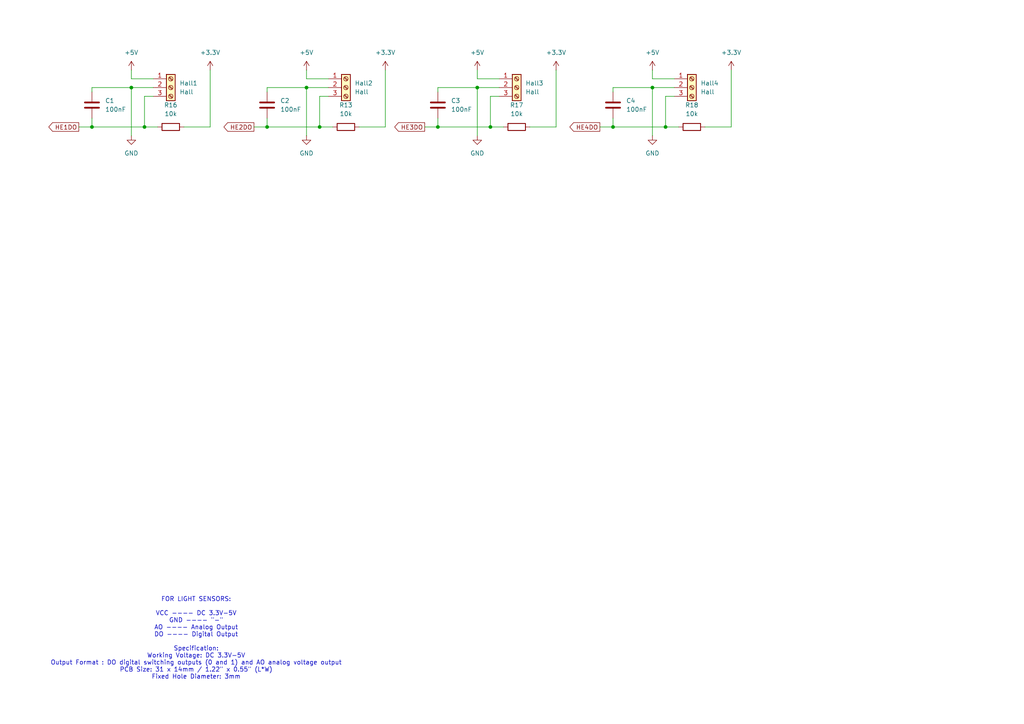
<source format=kicad_sch>
(kicad_sch (version 20231120) (generator "eeschema") (generator_version "8.0")
  (paper "A4")
  (lib_symbols
    (symbol "Connector:Screw_Terminal_01x03" (pin_names (offset 1.016) hide)
      (property "Reference" "J" (at 0 5.08 0))
      (property "Value" "Screw_Terminal_01x03" (at 0 -5.08 0))
      (symbol "Screw_Terminal_01x03_1_1"
        (rectangle (start -1.27 3.81) (end 1.27 -3.81) (stroke (width 0.254)) (fill (type background)))
        (circle (center 0 -2.54) (radius 0.635) (stroke (width 0.1524)))
        (polyline (pts (xy -0.5334 -2.2098) (xy 0.3302 -3.048)) (stroke (width 0.1524)))
        (polyline (pts (xy -0.5334 0.3302) (xy 0.3302 -0.508)) (stroke (width 0.1524)))
        (polyline (pts (xy -0.5334 2.8702) (xy 0.3302 2.032)) (stroke (width 0.1524)))
        (polyline (pts (xy -0.3556 -2.032) (xy 0.508 -2.8702)) (stroke (width 0.1524)))
        (polyline (pts (xy -0.3556 0.508) (xy 0.508 -0.3302)) (stroke (width 0.1524)))
        (polyline (pts (xy -0.3556 3.048) (xy 0.508 2.2098)) (stroke (width 0.1524)))
        (circle (center 0 0) (radius 0.635) (stroke (width 0.1524)))
        (circle (center 0 2.54) (radius 0.635) (stroke (width 0.1524)))
        (pin passive line (at -5.08 2.54 0) (length 3.81) (name "Pin_1") (number "1"))
        (pin passive line (at -5.08 0 0) (length 3.81) (name "Pin_2") (number "2"))
        (pin passive line (at -5.08 -2.54 0) (length 3.81) (name "Pin_3") (number "3"))
      )
    )
    (symbol "Device:C" (pin_numbers hide) (pin_names (offset 0.254))
      (property "Reference" "C" (at 0.635 2.54 0))
      (property "Value" "C" (at 0.635 -2.54 0))
      (symbol "C_0_1"
        (polyline (pts (xy -2.032 -0.762) (xy 2.032 -0.762)) (stroke (width 0.508)))
        (polyline (pts (xy -2.032 0.762) (xy 2.032 0.762)) (stroke (width 0.508)))
      )
      (symbol "C_1_1"
        (pin passive line (at 0 3.81 270) (length 2.794) (name "~") (number "1"))
        (pin passive line (at 0 -3.81 90) (length 2.794) (name "~") (number "2"))
      )
    )
    (symbol "Device:R" (pin_numbers hide) (pin_names (offset 0))
      (property "Reference" "R" (at 2.032 0 90))
      (property "Value" "R" (at 0 0 90))
      (symbol "R_0_1"
        (rectangle (start -1.016 -2.54) (end 1.016 2.54) (stroke (width 0.254)))
      )
      (symbol "R_1_1"
        (pin passive line (at 0 3.81 270) (length 1.27) (name "~") (number "1"))
        (pin passive line (at 0 -3.81 90) (length 1.27) (name "~") (number "2"))
      )
    )
    (symbol "power:+3.3V" (power) (pin_numbers hide) (pin_names (offset 0) hide)
      (property "Value" "+3.3V" (at 0 3.556 0))
      (symbol "+3.3V_0_1"
        (polyline (pts (xy -0.762 1.27) (xy 0 2.54)))
        (polyline (pts (xy 0 0) (xy 0 2.54)))
        (polyline (pts (xy 0 2.54) (xy 0.762 1.27)))
      )
      (symbol "+3.3V_1_1"
        (pin power_in line (at 0 0 90) (length 0) (name "~") (number "1"))
      )
    )
    (symbol "power:+5C" (power) (pin_numbers hide) (pin_names (offset 0) hide)
      (property "Value" "+5C" (at 0 3.556 0))
      (symbol "+5C_0_1"
        (polyline (pts (xy -0.762 1.27) (xy 0 2.54)))
        (polyline (pts (xy 0 0) (xy 0 2.54)))
        (polyline (pts (xy 0 2.54) (xy 0.762 1.27)))
      )
      (symbol "+5C_1_1"
        (pin power_in line (at 0 0 90) (length 0) (name "~") (number "1"))
      )
    )
    (symbol "power:GND" (power) (pin_numbers hide) (pin_names (offset 0) hide)
      (property "Value" "GND" (at 0 -3.81 0))
      (symbol "GND_0_1"
        (polyline (pts (xy 0 0) (xy 0 -1.27) (xy 1.27 -1.27) (xy 0 -2.54) (xy -1.27 -1.27) (xy 0 -1.27)))
      )
      (symbol "GND_1_1"
        (pin power_in line (at 0 0 270) (length 0) (name "~") (number "1"))
      )
    )
  )
  (junction (at 77.47 36.83))
  (junction (at 26.67 36.83))
  (junction (at 193.04 36.83))
  (junction (at 38.1 25.4))
  (junction (at 127 36.83))
  (junction (at 92.71 36.83))
  (junction (at 41.91 36.83))
  (junction (at 142.24 36.83))
  (junction (at 189.23 25.4))
  (junction (at 177.8 36.83))
  (junction (at 138.43 25.4))
  (junction (at 88.9 25.4))
  (wire (pts (xy 104.14 36.83) (xy 111.76 36.83)))
  (wire (pts (xy 161.29 36.83) (xy 161.29 20.32)))
  (wire (pts (xy 45.72 36.83) (xy 41.91 36.83)))
  (wire (pts (xy 142.24 27.94) (xy 142.24 36.83)))
  (wire (pts (xy 142.24 36.83) (xy 127 36.83)))
  (wire (pts (xy 111.76 36.83) (xy 111.76 20.32)))
  (wire (pts (xy 96.52 36.83) (xy 92.71 36.83)))
  (wire (pts (xy 193.04 36.83) (xy 177.8 36.83)))
  (wire (pts (xy 195.58 27.94) (xy 193.04 27.94)))
  (wire (pts (xy 60.96 36.83) (xy 60.96 20.32)))
  (wire (pts (xy 26.67 25.4) (xy 26.67 26.67)))
  (wire (pts (xy 44.45 25.4) (xy 38.1 25.4)))
  (wire (pts (xy 38.1 20.32) (xy 38.1 22.86)))
  (wire (pts (xy 77.47 25.4) (xy 77.47 26.67)))
  (wire (pts (xy 146.05 36.83) (xy 142.24 36.83)))
  (wire (pts (xy 177.8 25.4) (xy 177.8 26.67)))
  (wire (pts (xy 196.85 36.83) (xy 193.04 36.83)))
  (wire (pts (xy 92.71 27.94) (xy 92.71 36.83)))
  (wire (pts (xy 41.91 27.94) (xy 41.91 36.83)))
  (wire (pts (xy 138.43 25.4) (xy 127 25.4)))
  (wire (pts (xy 95.25 27.94) (xy 92.71 27.94)))
  (wire (pts (xy 95.25 25.4) (xy 88.9 25.4)))
  (wire (pts (xy 88.9 25.4) (xy 77.47 25.4)))
  (wire (pts (xy 144.78 27.94) (xy 142.24 27.94)))
  (wire (pts (xy 38.1 22.86) (xy 44.45 22.86)))
  (wire (pts (xy 127 25.4) (xy 127 26.67)))
  (wire (pts (xy 44.45 27.94) (xy 41.91 27.94)))
  (wire (pts (xy 138.43 25.4) (xy 138.43 39.37)))
  (wire (pts (xy 38.1 25.4) (xy 26.67 25.4)))
  (wire (pts (xy 212.09 36.83) (xy 212.09 20.32)))
  (wire (pts (xy 138.43 20.32) (xy 138.43 22.86)))
  (wire (pts (xy 22.86 36.83) (xy 26.67 36.83)))
  (wire (pts (xy 138.43 22.86) (xy 144.78 22.86)))
  (wire (pts (xy 193.04 27.94) (xy 193.04 36.83)))
  (wire (pts (xy 195.58 25.4) (xy 189.23 25.4)))
  (wire (pts (xy 41.91 36.83) (xy 26.67 36.83)))
  (wire (pts (xy 189.23 25.4) (xy 177.8 25.4)))
  (wire (pts (xy 189.23 22.86) (xy 195.58 22.86)))
  (wire (pts (xy 92.71 36.83) (xy 77.47 36.83)))
  (wire (pts (xy 173.99 36.83) (xy 177.8 36.83)))
  (wire (pts (xy 26.67 34.29) (xy 26.67 36.83)))
  (wire (pts (xy 127 34.29) (xy 127 36.83)))
  (wire (pts (xy 77.47 34.29) (xy 77.47 36.83)))
  (wire (pts (xy 189.23 25.4) (xy 189.23 39.37)))
  (wire (pts (xy 177.8 34.29) (xy 177.8 36.83)))
  (wire (pts (xy 73.66 36.83) (xy 77.47 36.83)))
  (wire (pts (xy 153.67 36.83) (xy 161.29 36.83)))
  (wire (pts (xy 53.34 36.83) (xy 60.96 36.83)))
  (wire (pts (xy 88.9 22.86) (xy 95.25 22.86)))
  (wire (pts (xy 204.47 36.83) (xy 212.09 36.83)))
  (wire (pts (xy 189.23 20.32) (xy 189.23 22.86)))
  (wire (pts (xy 123.19 36.83) (xy 127 36.83)))
  (wire (pts (xy 88.9 25.4) (xy 88.9 39.37)))
  (wire (pts (xy 88.9 20.32) (xy 88.9 22.86)))
  (wire (pts (xy 38.1 25.4) (xy 38.1 39.37)))
  (wire (pts (xy 144.78 25.4) (xy 138.43 25.4)))
  (text "SENSOR checklist:\nDONE\n\n" (at 24.384 -4.064 0) (effects (font (size 1.27 1.27))))
  (text "FOR LIGHT SENSORS:\n\nVCC ---- DC 3.3V-5V\nGND ---- \"-\"\nAO ---- Analog Output\nDO ---- Digital Output\n\nSpecification:\nWorking Voltage: DC 3.3V-5V\nOutput Format : DO digital switching outputs (0 and 1) and AO analog voltage output\nPCB Size: 31 x 14mm / 1.22\" x 0.55\" (L*W)\nFixed Hole Diameter: 3mm\n" (at 56.896 185.166 0) (effects (font (size 1.27 1.27))))
  (global_label "HE4DO" (shape output) (at 173.99 36.83 180) (property "Intersheetrefs" "${INTERSHEET_REFS}" (effects (hide yes))))
  (global_label "HE3DO" (shape output) (at 123.19 36.83 180) (property "Intersheetrefs" "${INTERSHEET_REFS}" (effects (hide yes))))
  (global_label "HE1DO" (shape output) (at 22.86 36.83 180) (property "Intersheetrefs" "${INTERSHEET_REFS}" (effects (hide yes))))
  (global_label "HE2DO" (shape output) (at 73.66 36.83 180) (property "Intersheetrefs" "${INTERSHEET_REFS}" (effects (hide yes))))
  (symbol (lib_id "Device:C") (at 26.67 30.48 0) (unit 1)
    (property "Reference" "C1" (at 30.48 29.2099 0) (effects (justify left)))
    (property "Value" "100nF" (at 30.48 31.7499 0) (effects (justify left)))
    (property "Footprint" "Capacitor_SMD:C_0603_1608Metric" (effects (hide yes)))
    (property "Description" "Unpolarized capacitor" (effects (hide yes)))
  )
  (symbol (lib_id "Connector:Screw_Terminal_01x03") (at 49.53 25.4 0) (unit 1)
    (property "Reference" "Hall1" (at 52.07 24.1299 0) (effects (justify left)))
    (property "Value" "Hall" (at 52.07 26.6699 0) (effects (justify left)))
    (property "Footprint" "TerminalBlock:TerminalBlock_Xinya_XY308-2.54-3P_1x03_P2.54mm_Horizontal" (effects (hide yes)))
    (property "Description" "Generic screw terminal, single row, 01x03, script generated (kicad-library-utils/schlib/autogen/connector/)" (effects (hide yes)))
  )
  (symbol (lib_id "power:+3.3V") (at 111.76 20.32 0) (unit 1)
    (property "Reference" "#PWR016" (effects (hide yes)))
    (property "Value" "+3.3V" (at 111.76 15.24 0))
    (property "Description" "Power symbol creates a global label with name \"+3.3V\"" (effects (hide yes)))
  )
  (symbol (lib_id "power:GND") (at 189.23 39.37 0) (unit 1)
    (property "Reference" "#PWR021" (effects (hide yes)))
    (property "Value" "GND" (at 189.23 44.45 0))
    (property "Description" "Power symbol creates a global label with name \"GND\" , ground" (effects (hide yes)))
  )
  (symbol (lib_id "power:+3.3V") (at 212.09 20.32 0) (unit 1)
    (property "Reference" "#PWR022" (effects (hide yes)))
    (property "Value" "+3.3V" (at 212.09 15.24 0))
    (property "Description" "Power symbol creates a global label with name \"+3.3V\"" (effects (hide yes)))
  )
  (symbol (lib_id "power:GND") (at 88.9 39.37 0) (unit 1)
    (property "Reference" "#PWR015" (effects (hide yes)))
    (property "Value" "GND" (at 88.9 44.45 0))
    (property "Description" "Power symbol creates a global label with name \"GND\" , ground" (effects (hide yes)))
  )
  (symbol (lib_id "power:+5C") (at 189.23 20.32 0) (unit 1)
    (property "Reference" "#PWR020" (effects (hide yes)))
    (property "Value" "+5V" (at 189.23 15.24 0))
    (property "Description" "Power symbol creates a global label with name \"+5C\"" (effects (hide yes)))
  )
  (symbol (lib_id "power:+3.3V") (at 161.29 20.32 0) (unit 1)
    (property "Reference" "#PWR019" (effects (hide yes)))
    (property "Value" "+3.3V" (at 161.29 15.24 0))
    (property "Description" "Power symbol creates a global label with name \"+3.3V\"" (effects (hide yes)))
  )
  (symbol (lib_id "Device:C") (at 77.47 30.48 0) (unit 1)
    (property "Reference" "C2" (at 81.28 29.2099 0) (effects (justify left)))
    (property "Value" "100nF" (at 81.28 31.7499 0) (effects (justify left)))
    (property "Footprint" "Capacitor_SMD:C_0603_1608Metric" (effects (hide yes)))
    (property "Description" "Unpolarized capacitor" (effects (hide yes)))
  )
  (symbol (lib_id "Device:R") (at 49.53 36.83 90) (unit 1)
    (property "Reference" "R16" (at 49.53 30.48 90))
    (property "Value" "10k" (at 49.53 33.02 90))
    (property "Footprint" "Resistor_SMD:R_0603_1608Metric" (effects (hide yes)))
    (property "Description" "Resistor" (effects (hide yes)))
  )
  (symbol (lib_id "power:GND") (at 138.43 39.37 0) (unit 1)
    (property "Reference" "#PWR018" (effects (hide yes)))
    (property "Value" "GND" (at 138.43 44.45 0))
    (property "Description" "Power symbol creates a global label with name \"GND\" , ground" (effects (hide yes)))
  )
  (symbol (lib_id "Device:C") (at 127 30.48 0) (unit 1)
    (property "Reference" "C3" (at 130.81 29.2099 0) (effects (justify left)))
    (property "Value" "100nF" (at 130.81 31.7499 0) (effects (justify left)))
    (property "Footprint" "Capacitor_SMD:C_0603_1608Metric" (effects (hide yes)))
    (property "Description" "Unpolarized capacitor" (effects (hide yes)))
  )
  (symbol (lib_id "Device:R") (at 200.66 36.83 90) (unit 1)
    (property "Reference" "R18" (at 200.66 30.48 90))
    (property "Value" "10k" (at 200.66 33.02 90))
    (property "Footprint" "Resistor_SMD:R_0603_1608Metric" (effects (hide yes)))
    (property "Description" "Resistor" (effects (hide yes)))
  )
  (symbol (lib_id "power:+3.3V") (at 60.96 20.32 0) (unit 1)
    (property "Reference" "#PWR051" (effects (hide yes)))
    (property "Value" "+3.3V" (at 60.96 15.24 0))
    (property "Description" "Power symbol creates a global label with name \"+3.3V\"" (effects (hide yes)))
  )
  (symbol (lib_id "Device:C") (at 177.8 30.48 0) (unit 1)
    (property "Reference" "C4" (at 181.61 29.2099 0) (effects (justify left)))
    (property "Value" "100nF" (at 181.61 31.7499 0) (effects (justify left)))
    (property "Footprint" "Capacitor_SMD:C_0603_1608Metric" (effects (hide yes)))
    (property "Description" "Unpolarized capacitor" (effects (hide yes)))
  )
  (symbol (lib_id "Connector:Screw_Terminal_01x03") (at 100.33 25.4 0) (unit 1)
    (property "Reference" "Hall2" (at 102.87 24.1299 0) (effects (justify left)))
    (property "Value" "Hall" (at 102.87 26.6699 0) (effects (justify left)))
    (property "Footprint" "TerminalBlock:TerminalBlock_Xinya_XY308-2.54-3P_1x03_P2.54mm_Horizontal" (effects (hide yes)))
    (property "Description" "Generic screw terminal, single row, 01x03, script generated (kicad-library-utils/schlib/autogen/connector/)" (effects (hide yes)))
  )
  (symbol (lib_id "Device:R") (at 149.86 36.83 90) (unit 1)
    (property "Reference" "R17" (at 149.86 30.48 90))
    (property "Value" "10k" (at 149.86 33.02 90))
    (property "Footprint" "Resistor_SMD:R_0603_1608Metric" (effects (hide yes)))
    (property "Description" "Resistor" (effects (hide yes)))
  )
  (symbol (lib_id "power:+5C") (at 88.9 20.32 0) (unit 1)
    (property "Reference" "#PWR014" (effects (hide yes)))
    (property "Value" "+5V" (at 88.9 15.24 0))
    (property "Description" "Power symbol creates a global label with name \"+5C\"" (effects (hide yes)))
  )
  (symbol (lib_id "power:GND") (at 38.1 39.37 0) (unit 1)
    (property "Reference" "#PWR050" (effects (hide yes)))
    (property "Value" "GND" (at 38.1 44.45 0))
    (property "Description" "Power symbol creates a global label with name \"GND\" , ground" (effects (hide yes)))
  )
  (symbol (lib_id "Device:R") (at 100.33 36.83 90) (unit 1)
    (property "Reference" "R13" (at 100.33 30.48 90))
    (property "Value" "10k" (at 100.33 33.02 90))
    (property "Footprint" "Resistor_SMD:R_0603_1608Metric" (effects (hide yes)))
    (property "Description" "Resistor" (effects (hide yes)))
  )
  (symbol (lib_id "power:+5C") (at 38.1 20.32 0) (unit 1)
    (property "Reference" "#PWR049" (effects (hide yes)))
    (property "Value" "+5V" (at 38.1 15.24 0))
    (property "Description" "Power symbol creates a global label with name \"+5C\"" (effects (hide yes)))
  )
  (symbol (lib_id "power:+5C") (at 138.43 20.32 0) (unit 1)
    (property "Reference" "#PWR017" (effects (hide yes)))
    (property "Value" "+5V" (at 138.43 15.24 0))
    (property "Description" "Power symbol creates a global label with name \"+5C\"" (effects (hide yes)))
  )
  (symbol (lib_id "Connector:Screw_Terminal_01x03") (at 149.86 25.4 0) (unit 1)
    (property "Reference" "Hall3" (at 152.4 24.1299 0) (effects (justify left)))
    (property "Value" "Hall" (at 152.4 26.6699 0) (effects (justify left)))
    (property "Footprint" "TerminalBlock:TerminalBlock_Xinya_XY308-2.54-3P_1x03_P2.54mm_Horizontal" (effects (hide yes)))
    (property "Description" "Generic screw terminal, single row, 01x03, script generated (kicad-library-utils/schlib/autogen/connector/)" (effects (hide yes)))
  )
  (symbol (lib_id "Connector:Screw_Terminal_01x03") (at 200.66 25.4 0) (unit 1)
    (property "Reference" "Hall4" (at 203.2 24.1299 0) (effects (justify left)))
    (property "Value" "Hall" (at 203.2 26.6699 0) (effects (justify left)))
    (property "Footprint" "TerminalBlock:TerminalBlock_Xinya_XY308-2.54-3P_1x03_P2.54mm_Horizontal" (effects (hide yes)))
    (property "Description" "Generic screw terminal, single row, 01x03, script generated (kicad-library-utils/schlib/autogen/connector/)" (effects (hide yes)))
  )
)
</source>
